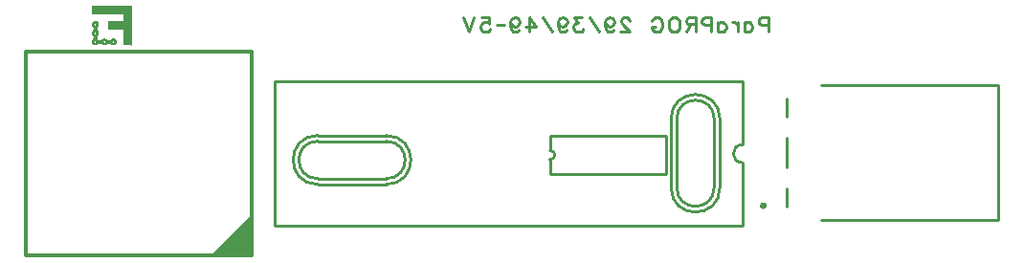
<source format=gbr>
G04 DipTrace 4.1.3.1*
G04 BottomSilk.gbr*
%MOIN*%
G04 #@! TF.FileFunction,Legend,Bot*
G04 #@! TF.Part,Single*
%ADD10C,0.009843*%
%ADD26C,0.011811*%
%ADD32C,0.001*%
%ADD63C,0.010936*%
%FSLAX26Y26*%
G04*
G70*
G90*
G75*
G01*
G04 BotSilk*
%LPD*%
X3816929Y1151555D2*
D10*
Y679154D1*
Y1151555D2*
X3200805D1*
X3816929Y679154D2*
X3200805D1*
X3078757Y789346D2*
Y728339D1*
Y1102370D2*
Y1041362D1*
G36*
X2998010Y718512D2*
X2996470Y718613D1*
X2994956Y718914D1*
X2993495Y719410D1*
X2992111Y720092D1*
X2990828Y720950D1*
X2989668Y721967D1*
X2988650Y723127D1*
X2987793Y724410D1*
X2987110Y725794D1*
X2986614Y727256D1*
X2986313Y728769D1*
X2986212Y730309D1*
X2986313Y731849D1*
X2986614Y733362D1*
X2987110Y734824D1*
X2987793Y736208D1*
X2988650Y737491D1*
X2989668Y738651D1*
X2990828Y739668D1*
X2992111Y740526D1*
X2993495Y741208D1*
X2994956Y741704D1*
X2996470Y742005D1*
X2998010Y742106D1*
X2998035D1*
X2999574Y742005D1*
X3001088Y741704D1*
X3002549Y741208D1*
X3003933Y740526D1*
X3005216Y739668D1*
X3006377Y738651D1*
X3007394Y737491D1*
X3008251Y736208D1*
X3008934Y734824D1*
X3009430Y733362D1*
X3009731Y731849D1*
X3009832Y730309D1*
X3009731Y728769D1*
X3009430Y727256D1*
X3008934Y725794D1*
X3008251Y724410D1*
X3007394Y723127D1*
X3006377Y721967D1*
X3005216Y720950D1*
X3003933Y720092D1*
X3002549Y719410D1*
X3001088Y718914D1*
X2999574Y718613D1*
X2998035Y718512D1*
X2998010D1*
G37*
X3078757Y966535D2*
D10*
Y864173D1*
X1217717Y1266929D2*
D26*
X430315D1*
Y558268D1*
X1217717D1*
Y1266929D1*
G36*
X1213780Y563795D2*
Y698441D1*
X1079134Y563795D1*
X1076772D1*
X1213780D1*
G37*
X2925197Y659819D2*
D10*
X1295276D1*
X2925197Y1163738D2*
X1295276D1*
Y659819D2*
Y1163738D1*
X2925197Y659819D2*
Y880337D1*
Y1163738D2*
Y943286D1*
Y880337D2*
G02X2925197Y943286I17J31474D01*
G01*
X2660040Y973428D2*
Y839565D1*
X2254524Y973428D2*
X2660040D1*
Y839565D2*
X2254524D1*
Y890749D1*
Y973428D2*
Y922243D1*
G02X2254524Y890749I1864J-15747D01*
G01*
X1445465Y974764D2*
X1685479D1*
X1445465Y804764D2*
X1685479D1*
X1445465Y954772D2*
X1685479D1*
Y824756D2*
X1445465D1*
Y804764D2*
G02X1445465Y974764I7J85000D01*
G01*
X1685479D2*
G02X1685479Y804764I-7J-85000D01*
G01*
X1445465Y824756D2*
G02X1445465Y954772I23J65008D01*
G01*
X1685479D2*
G02X1685479Y824756I-23J-65008D01*
G01*
X2846811Y1032881D2*
Y792867D1*
X2676811Y1032881D2*
Y792867D1*
X2826819Y1032881D2*
Y792867D1*
X2696803D2*
Y1032881D1*
X2676811D2*
G02X2846811Y1032881I85000J-7D01*
G01*
Y792867D2*
G02X2676811Y792867I-85000J7D01*
G01*
X2696803Y1032881D2*
G02X2826819Y1032881I65008J-23D01*
G01*
Y792867D2*
G02X2696803Y792867I-65008J23D01*
G01*
X796617Y1425513D2*
D32*
X659594D1*
X796617Y1424518D2*
X659594D1*
X796617Y1423522D2*
X659594D1*
X796617Y1422514D2*
X659594D1*
X796617Y1421518D2*
X659594D1*
X796617Y1420496D2*
X659594D1*
X796617Y1419501D2*
X659594D1*
X796617Y1418507D2*
X659594D1*
X796617Y1417510D2*
X659594D1*
X796617Y1416516D2*
X659594D1*
X796617Y1415521D2*
X659594D1*
X796617Y1414512D2*
X659594D1*
X796617Y1413517D2*
X659594D1*
X796617Y1412521D2*
X659594D1*
X796617Y1411526D2*
X659594D1*
X796617Y1410504D2*
X659594D1*
X796617Y1409509D2*
X659594D1*
X796617Y1408513D2*
X659594D1*
X796617Y1407505D2*
X659594D1*
X796617Y1406509D2*
X659594D1*
X796617Y1405514D2*
X659594D1*
X796617Y1404520D2*
X659594D1*
X796617Y1403524D2*
X659594D1*
X796617Y1402516D2*
X659594D1*
X796617Y1401520D2*
X659594D1*
X796617Y1400497D2*
X659594D1*
X796617Y1399503D2*
X770573D1*
X796617Y1398508D2*
X770573D1*
X796617Y1397512D2*
X770573D1*
X796617Y1396517D2*
X770573D1*
X796617Y1395522D2*
X770573D1*
X796617Y1394513D2*
X770573D1*
X796617Y1393518D2*
X770573D1*
X796617Y1392522D2*
X770573D1*
X796617Y1391500D2*
X770573D1*
X796617Y1390505D2*
X770573D1*
X796617Y1389510D2*
X770573D1*
X796617Y1388514D2*
X770573D1*
X796617Y1387507D2*
X770573D1*
X796617Y1386510D2*
X770573D1*
X796617Y1385516D2*
X770573D1*
X796617Y1384520D2*
X770573D1*
X796617Y1383525D2*
X770573D1*
X796617Y1382530D2*
X770573D1*
X796617Y1381508D2*
X770573D1*
X796617Y1380499D2*
X770573D1*
X796617Y1379504D2*
X770573D1*
X796617Y1378509D2*
X770573D1*
X796617Y1377513D2*
X770573D1*
X796617Y1376518D2*
X770573D1*
X796617Y1375522D2*
X770573D1*
X796617Y1374514D2*
X770573D1*
X796617Y1373518D2*
X770573D1*
X796617Y1372524D2*
X715600D1*
X674596D2*
X665589D1*
X796617Y1371501D2*
X715600D1*
X676054D2*
X664379D1*
X796617Y1370507D2*
X715600D1*
X677304D2*
X663375D1*
X796617Y1369510D2*
X715600D1*
X678323D2*
X662454D1*
X796617Y1368516D2*
X715600D1*
X679106D2*
X661726D1*
X796617Y1367508D2*
X715600D1*
X679724D2*
X661148D1*
X796617Y1366512D2*
X715600D1*
X680110D2*
X672562D1*
X667625D2*
X660709D1*
X796617Y1365517D2*
X715600D1*
X680412D2*
X673441D1*
X666799D2*
X660323D1*
X796617Y1364521D2*
X715600D1*
X680509D2*
X674156D1*
X666222D2*
X659979D1*
X796617Y1363526D2*
X715600D1*
X680550D2*
X674885D1*
X665837D2*
X659843D1*
X796617Y1362504D2*
X715600D1*
X680605D2*
X675614D1*
X665795D2*
X659843D1*
X796617Y1361509D2*
X715600D1*
X680550D2*
X674940D1*
X666222D2*
X660034D1*
X796617Y1360500D2*
X715600D1*
X680412D2*
X674307D1*
X666854D2*
X660323D1*
X796617Y1359505D2*
X715600D1*
X680165D2*
X673579D1*
X667584D2*
X660612D1*
X796617Y1358509D2*
X715600D1*
X679724D2*
X660997D1*
X796617Y1357514D2*
X715600D1*
X679147D2*
X661437D1*
X796617Y1356520D2*
X715600D1*
X678378D2*
X662014D1*
X796617Y1355524D2*
X715600D1*
X677552D2*
X662743D1*
X796617Y1354516D2*
X715600D1*
X676782D2*
X663472D1*
X796617Y1353520D2*
X715600D1*
X676192D2*
X663995D1*
X796617Y1352499D2*
X715600D1*
X675861D2*
X664339D1*
X796617Y1351503D2*
X715600D1*
X675710D2*
X664490D1*
X796617Y1350508D2*
X715600D1*
X675614D2*
X664531D1*
X796617Y1349512D2*
X715600D1*
X675614D2*
X664585D1*
X796617Y1348517D2*
X715600D1*
X675614D2*
X664585D1*
X796617Y1347508D2*
X715600D1*
X675614D2*
X664585D1*
X796617Y1346513D2*
X715600D1*
X675614D2*
X664585D1*
X796617Y1345518D2*
X715600D1*
X675614D2*
X664585D1*
X796617Y1344522D2*
X770573D1*
X675614D2*
X664585D1*
X796617Y1343528D2*
X770573D1*
X675806D2*
X664531D1*
X796617Y1342505D2*
X770573D1*
X676192D2*
X664339D1*
X796617Y1341510D2*
X770573D1*
X676879D2*
X663664D1*
X796617Y1340501D2*
X770573D1*
X677648D2*
X662840D1*
X796617Y1339507D2*
X770573D1*
X678474D2*
X662110D1*
X796617Y1338510D2*
X770573D1*
X679147D2*
X661437D1*
X796617Y1337516D2*
X770573D1*
X679724D2*
X660900D1*
X796617Y1336521D2*
X770573D1*
X680165D2*
X672562D1*
X667625D2*
X660420D1*
X796617Y1335525D2*
X770573D1*
X680412D2*
X673386D1*
X666799D2*
X660034D1*
X796617Y1334517D2*
X770573D1*
X680509D2*
X673963D1*
X666222D2*
X659787D1*
X796617Y1333508D2*
X770573D1*
X680550D2*
X674307D1*
X665892D2*
X659690D1*
X796617Y1332499D2*
X770573D1*
X680605D2*
X674459D1*
X665741D2*
X659650D1*
X796617Y1331504D2*
X770573D1*
X680550D2*
X674362D1*
X665837D2*
X659787D1*
X796617Y1330509D2*
X770573D1*
X680412D2*
X674018D1*
X666126D2*
X660034D1*
X796617Y1329513D2*
X770573D1*
X680165D2*
X673579D1*
X666608D2*
X660323D1*
X796617Y1328518D2*
X770573D1*
X679724D2*
X660654D1*
X796617Y1327509D2*
X770573D1*
X679147D2*
X661148D1*
X796617Y1326514D2*
X770573D1*
X678378D2*
X661822D1*
X796617Y1325520D2*
X770573D1*
X677552D2*
X662647D1*
X796617Y1324524D2*
X770573D1*
X676782D2*
X663417D1*
X796617Y1323501D2*
X770573D1*
X676192D2*
X663995D1*
X796617Y1322507D2*
X770573D1*
X675861D2*
X664339D1*
X796617Y1321512D2*
X770573D1*
X675710D2*
X664490D1*
X796617Y1320516D2*
X770573D1*
X675614D2*
X664531D1*
X796617Y1319508D2*
X770573D1*
X675614D2*
X664585D1*
X796617Y1318512D2*
X770573D1*
X675614D2*
X664585D1*
X796617Y1317517D2*
X770573D1*
X675614D2*
X664585D1*
X796617Y1316522D2*
X770573D1*
X675614D2*
X664585D1*
X796617Y1315526D2*
X770573D1*
X675614D2*
X664585D1*
X796617Y1314518D2*
X770573D1*
X675614D2*
X664585D1*
X796617Y1313509D2*
X770573D1*
X675614D2*
X664531D1*
X796617Y1312500D2*
X770573D1*
X734617D2*
X729584D1*
X703596D2*
X698605D1*
X675806D2*
X664379D1*
X796617Y1311505D2*
X770573D1*
X736500D2*
X727797D1*
X705521D2*
X696816D1*
X676192D2*
X663995D1*
X796617Y1310510D2*
X770573D1*
X738096D2*
X726188D1*
X707075D2*
X695222D1*
X676879D2*
X663375D1*
X796617Y1309514D2*
X770573D1*
X739361D2*
X724882D1*
X708381D2*
X693861D1*
X677690D2*
X662647D1*
X796617Y1308520D2*
X770573D1*
X740323D2*
X723726D1*
X709495D2*
X692706D1*
X678612D2*
X662014D1*
X796617Y1307510D2*
X770573D1*
X740997D2*
X661437D1*
X796617Y1306516D2*
X770573D1*
X741492D2*
X660860D1*
X796617Y1305521D2*
X770573D1*
X741877D2*
X735442D1*
X728801D2*
X704407D1*
X698659D2*
X673441D1*
X666799D2*
X660420D1*
X796617Y1304499D2*
X770573D1*
X742207D2*
X736156D1*
X728223D2*
X705135D1*
X697780D2*
X674156D1*
X666222D2*
X660034D1*
X796617Y1303503D2*
X770573D1*
X742413D2*
X736693D1*
X727892D2*
X705672D1*
X697202D2*
X674885D1*
X665892D2*
X659787D1*
X796617Y1302508D2*
X770573D1*
X742509D2*
X737077D1*
X727741D2*
X706112D1*
X696816D2*
X675614D1*
X665741D2*
X659745D1*
X796617Y1301513D2*
X770573D1*
X742509D2*
X737037D1*
X727741D2*
X706016D1*
X696816D2*
X674940D1*
X665741D2*
X659787D1*
X796617Y1300517D2*
X770573D1*
X742413D2*
X736500D1*
X728181D2*
X705479D1*
X697202D2*
X674266D1*
X666181D2*
X660034D1*
X796617Y1299509D2*
X770573D1*
X742165D2*
X735634D1*
X728856D2*
X704655D1*
X697835D2*
X673441D1*
X666854D2*
X660323D1*
X796617Y1298513D2*
X770573D1*
X741781D2*
X734617D1*
X729584D2*
X703596D1*
X698605D2*
X672615D1*
X667584D2*
X660612D1*
X796617Y1297518D2*
X770573D1*
X741299D2*
X660997D1*
X796617Y1296524D2*
X770573D1*
X740804D2*
X661630D1*
X796617Y1295528D2*
X770573D1*
X740130D2*
X723768D1*
X709550D2*
X693613D1*
X678570D2*
X662454D1*
X796617Y1294505D2*
X770573D1*
X739209D2*
X724978D1*
X708381D2*
X694782D1*
X677402D2*
X663472D1*
X796617Y1293510D2*
X770573D1*
X737999D2*
X726283D1*
X707075D2*
X696143D1*
X676054D2*
X664531D1*
X796617Y1292501D2*
X770573D1*
X736597D2*
X727591D1*
X705576D2*
X697587D1*
X674596D2*
X665589D1*
G36*
X796579Y1291022D2*
X796514Y1291027D1*
X796450Y1291039D1*
X796388Y1291060D1*
X796330Y1291089D1*
X796276Y1291125D1*
X796227Y1291168D1*
X796184Y1291217D1*
X796148Y1291271D1*
X796119Y1291329D1*
X796098Y1291391D1*
X796086Y1291455D1*
X796081Y1291520D1*
X796086Y1291585D1*
X796098Y1291648D1*
X796119Y1291710D1*
X796148Y1291768D1*
X796184Y1291822D1*
X796227Y1291871D1*
X796276Y1291914D1*
X796330Y1291950D1*
X796388Y1291979D1*
X796450Y1292000D1*
X796514Y1292013D1*
X796579Y1292017D1*
X796601D1*
X796666Y1292013D1*
X796730Y1292000D1*
X796791Y1291979D1*
X796850Y1291950D1*
X796904Y1291914D1*
X796953Y1291871D1*
X796996Y1291822D1*
X797032Y1291768D1*
X797061Y1291710D1*
X797081Y1291648D1*
X797094Y1291585D1*
X797098Y1291520D1*
X797094Y1291455D1*
X797081Y1291391D1*
X797061Y1291329D1*
X797032Y1291271D1*
X796996Y1291217D1*
X796953Y1291168D1*
X796904Y1291125D1*
X796850Y1291089D1*
X796791Y1291060D1*
X796730Y1291039D1*
X796666Y1291027D1*
X796601Y1291022D1*
X796579D1*
G37*
X796617Y1425513D2*
D32*
Y1424518D1*
Y1423522D1*
Y1422514D1*
Y1421518D1*
Y1420496D1*
Y1419501D1*
Y1418507D1*
Y1417510D1*
Y1416516D1*
Y1415521D1*
Y1414512D1*
Y1413517D1*
Y1412521D1*
Y1411526D1*
Y1410504D1*
Y1409509D1*
Y1408513D1*
Y1407505D1*
Y1406509D1*
Y1405514D1*
Y1404520D1*
Y1403524D1*
Y1402516D1*
Y1401520D1*
Y1400497D1*
Y1399503D1*
Y1398508D1*
Y1397512D1*
Y1396517D1*
Y1395522D1*
Y1394513D1*
Y1393518D1*
Y1392522D1*
Y1391500D1*
Y1390505D1*
Y1389510D1*
Y1388514D1*
Y1387507D1*
Y1386510D1*
Y1385516D1*
Y1384520D1*
Y1383525D1*
Y1382530D1*
Y1381508D1*
Y1380499D1*
Y1379504D1*
Y1378509D1*
Y1377513D1*
Y1376518D1*
Y1375522D1*
Y1374514D1*
Y1373518D1*
Y1372524D1*
Y1371501D1*
Y1370507D1*
Y1369510D1*
Y1368516D1*
Y1367508D1*
Y1366512D1*
Y1365517D1*
Y1364521D1*
Y1363526D1*
Y1362504D1*
Y1361509D1*
Y1360500D1*
Y1359505D1*
Y1358509D1*
Y1357514D1*
Y1356520D1*
Y1355524D1*
Y1354516D1*
Y1353520D1*
Y1352499D1*
Y1351503D1*
Y1350508D1*
Y1349512D1*
Y1348517D1*
Y1347508D1*
Y1346513D1*
Y1345518D1*
Y1344522D1*
Y1343528D1*
Y1342505D1*
Y1341510D1*
Y1340501D1*
Y1339507D1*
Y1338510D1*
Y1337516D1*
Y1336521D1*
Y1335525D1*
Y1334517D1*
Y1333508D1*
Y1332499D1*
Y1331504D1*
Y1330509D1*
Y1329513D1*
Y1328518D1*
Y1327509D1*
Y1326514D1*
Y1325520D1*
Y1324524D1*
Y1323501D1*
Y1322507D1*
Y1321512D1*
Y1320516D1*
Y1319508D1*
Y1318512D1*
Y1317517D1*
Y1316522D1*
Y1315526D1*
Y1314518D1*
Y1313509D1*
Y1312500D1*
Y1311505D1*
Y1310510D1*
Y1309514D1*
Y1308520D1*
Y1307510D1*
Y1306516D1*
Y1305521D1*
Y1304499D1*
Y1303503D1*
Y1302508D1*
Y1301513D1*
Y1300517D1*
Y1299509D1*
Y1298513D1*
Y1297518D1*
Y1296524D1*
Y1295528D1*
Y1294505D1*
Y1293510D1*
Y1292501D1*
Y1291507D1*
X659594Y1425513D2*
Y1424518D1*
Y1423522D1*
Y1422514D1*
Y1421518D1*
Y1420496D1*
Y1419501D1*
Y1418507D1*
Y1417510D1*
Y1416516D1*
Y1415521D1*
Y1414512D1*
Y1413517D1*
Y1412521D1*
Y1411526D1*
Y1410504D1*
Y1409509D1*
Y1408513D1*
Y1407505D1*
Y1406509D1*
Y1405514D1*
Y1404520D1*
Y1403524D1*
Y1402516D1*
Y1401520D1*
Y1400497D1*
X770573D2*
Y1399503D1*
Y1398508D1*
Y1397512D1*
Y1396517D1*
Y1395522D1*
Y1394513D1*
Y1393518D1*
Y1392522D1*
Y1391500D1*
Y1390505D1*
Y1389510D1*
Y1388514D1*
Y1387507D1*
Y1386510D1*
Y1385516D1*
Y1384520D1*
Y1383525D1*
Y1382530D1*
Y1381508D1*
Y1380499D1*
Y1379504D1*
Y1378509D1*
Y1377513D1*
Y1376518D1*
Y1375522D1*
Y1374514D1*
Y1373518D1*
Y1372524D1*
X715600D2*
Y1371501D1*
Y1370507D1*
Y1369510D1*
Y1368516D1*
Y1367508D1*
Y1366512D1*
Y1365517D1*
Y1364521D1*
Y1363526D1*
Y1362504D1*
Y1361509D1*
Y1360500D1*
Y1359505D1*
Y1358509D1*
Y1357514D1*
Y1356520D1*
Y1355524D1*
Y1354516D1*
Y1353520D1*
Y1352499D1*
Y1351503D1*
Y1350508D1*
Y1349512D1*
Y1348517D1*
Y1347508D1*
Y1346513D1*
Y1345518D1*
X674596Y1372524D2*
X676054Y1371501D1*
X677304Y1370507D1*
X678323Y1369510D1*
X679106Y1368516D1*
X679724Y1367508D1*
X680110Y1366512D1*
X680412Y1365517D1*
X680509Y1364521D1*
X680550Y1363526D1*
X680605Y1362504D1*
X680550Y1361509D1*
X680412Y1360500D1*
X680165Y1359505D1*
X679724Y1358509D1*
X679147Y1357514D1*
X678378Y1356520D1*
X677552Y1355524D1*
X676782Y1354516D1*
X676192Y1353520D1*
X675861Y1352499D1*
X675710Y1351503D1*
X675614Y1350508D1*
Y1349512D1*
Y1348517D1*
Y1347508D1*
Y1346513D1*
Y1345518D1*
Y1344522D1*
X675806Y1343528D1*
X676192Y1342505D1*
X676879Y1341510D1*
X677648Y1340501D1*
X678474Y1339507D1*
X679147Y1338510D1*
X679724Y1337516D1*
X680165Y1336521D1*
X680412Y1335525D1*
X680509Y1334517D1*
X680550Y1333508D1*
X680605Y1332499D1*
X680550Y1331504D1*
X680412Y1330509D1*
X680165Y1329513D1*
X679724Y1328518D1*
X679147Y1327509D1*
X678378Y1326514D1*
X677552Y1325520D1*
X676782Y1324524D1*
X676192Y1323501D1*
X675861Y1322507D1*
X675710Y1321512D1*
X675614Y1320516D1*
Y1319508D1*
Y1318512D1*
Y1317517D1*
Y1316522D1*
Y1315526D1*
Y1314518D1*
Y1313509D1*
X675806Y1312500D1*
X676192Y1311505D1*
X676879Y1310510D1*
X677690Y1309514D1*
X678612Y1308520D1*
X679588Y1307510D1*
X665589Y1372524D2*
X664379Y1371501D1*
X663375Y1370507D1*
X662454Y1369510D1*
X661726Y1368516D1*
X661148Y1367508D1*
X660709Y1366512D1*
X660323Y1365517D1*
X659979Y1364521D1*
X659843Y1363526D1*
Y1362504D1*
X660034Y1361509D1*
X660323Y1360500D1*
X660612Y1359505D1*
X660997Y1358509D1*
X661437Y1357514D1*
X662014Y1356520D1*
X662743Y1355524D1*
X663472Y1354516D1*
X663995Y1353520D1*
X664339Y1352499D1*
X664490Y1351503D1*
X664531Y1350508D1*
X664585Y1349512D1*
Y1348517D1*
Y1347508D1*
Y1346513D1*
Y1345518D1*
Y1344522D1*
X664531Y1343528D1*
X664339Y1342505D1*
X663664Y1341510D1*
X662840Y1340501D1*
X662110Y1339507D1*
X661437Y1338510D1*
X660900Y1337516D1*
X660420Y1336521D1*
X660034Y1335525D1*
X659787Y1334517D1*
X659690Y1333508D1*
X659650Y1332499D1*
X659787Y1331504D1*
X660034Y1330509D1*
X660323Y1329513D1*
X660654Y1328518D1*
X661148Y1327509D1*
X661822Y1326514D1*
X662647Y1325520D1*
X663417Y1324524D1*
X663995Y1323501D1*
X664339Y1322507D1*
X664490Y1321512D1*
X664531Y1320516D1*
X664585Y1319508D1*
Y1318512D1*
Y1317517D1*
Y1316522D1*
Y1315526D1*
Y1314518D1*
X664531Y1313509D1*
X664379Y1312500D1*
X663995Y1311505D1*
X663375Y1310510D1*
X662647Y1309514D1*
X662014Y1308520D1*
X661437Y1307510D1*
X660860Y1306516D1*
X660420Y1305521D1*
X660034Y1304499D1*
X659787Y1303503D1*
X659745Y1302508D1*
X659787Y1301513D1*
X660034Y1300517D1*
X660323Y1299509D1*
X660612Y1298513D1*
X660997Y1297518D1*
X661630Y1296524D1*
X662454Y1295528D1*
X663472Y1294505D1*
X664531Y1293510D1*
X665589Y1292501D1*
X671598Y1367508D2*
X672562Y1366512D1*
X673441Y1365517D1*
X674156Y1364521D1*
X674885Y1363526D1*
X675614Y1362504D1*
X674940Y1361509D1*
X674307Y1360500D1*
X673579Y1359505D1*
X668601Y1367508D2*
X667625Y1366512D1*
X666799Y1365517D1*
X666222Y1364521D1*
X665837Y1363526D1*
X665795Y1362504D1*
X666222Y1361509D1*
X666854Y1360500D1*
X667584Y1359505D1*
X770573Y1345518D2*
Y1344522D1*
Y1343528D1*
Y1342505D1*
Y1341510D1*
Y1340501D1*
Y1339507D1*
Y1338510D1*
Y1337516D1*
Y1336521D1*
Y1335525D1*
Y1334517D1*
Y1333508D1*
Y1332499D1*
Y1331504D1*
Y1330509D1*
Y1329513D1*
Y1328518D1*
Y1327509D1*
Y1326514D1*
Y1325520D1*
Y1324524D1*
Y1323501D1*
Y1322507D1*
Y1321512D1*
Y1320516D1*
Y1319508D1*
Y1318512D1*
Y1317517D1*
Y1316522D1*
Y1315526D1*
Y1314518D1*
Y1313509D1*
Y1312500D1*
Y1311505D1*
Y1310510D1*
Y1309514D1*
Y1308520D1*
Y1307510D1*
Y1306516D1*
Y1305521D1*
Y1304499D1*
Y1303503D1*
Y1302508D1*
Y1301513D1*
Y1300517D1*
Y1299509D1*
Y1298513D1*
Y1297518D1*
Y1296524D1*
Y1295528D1*
Y1294505D1*
Y1293510D1*
Y1292501D1*
X671598Y1337516D2*
X672562Y1336521D1*
X673386Y1335525D1*
X673963Y1334517D1*
X674307Y1333508D1*
X674459Y1332499D1*
X674362Y1331504D1*
X674018Y1330509D1*
X673579Y1329513D1*
X668601Y1337516D2*
X667625Y1336521D1*
X666799Y1335525D1*
X666222Y1334517D1*
X665892Y1333508D1*
X665741Y1332499D1*
X665837Y1331504D1*
X666126Y1330509D1*
X666608Y1329513D1*
X734617Y1312500D2*
X736500Y1311505D1*
X738096Y1310510D1*
X739361Y1309514D1*
X740323Y1308520D1*
X740997Y1307510D1*
X741492Y1306516D1*
X741877Y1305521D1*
X742207Y1304499D1*
X742413Y1303503D1*
X742509Y1302508D1*
Y1301513D1*
X742413Y1300517D1*
X742165Y1299509D1*
X741781Y1298513D1*
X741299Y1297518D1*
X740804Y1296524D1*
X740130Y1295528D1*
X739209Y1294505D1*
X737999Y1293510D1*
X736597Y1292501D1*
X729584Y1312500D2*
X727797Y1311505D1*
X726188Y1310510D1*
X724882Y1309514D1*
X723726Y1308520D1*
X722613Y1307510D1*
X703596Y1312500D2*
X705521Y1311505D1*
X707075Y1310510D1*
X708381Y1309514D1*
X709495Y1308520D1*
X710609Y1307510D1*
X698605Y1312500D2*
X696816Y1311505D1*
X695222Y1310510D1*
X693861Y1309514D1*
X692706Y1308520D1*
X691592Y1307510D1*
X734617Y1306516D2*
X735442Y1305521D1*
X736156Y1304499D1*
X736693Y1303503D1*
X737077Y1302508D1*
X737037Y1301513D1*
X736500Y1300517D1*
X735634Y1299509D1*
X734617Y1298513D1*
X729584Y1306516D2*
X728801Y1305521D1*
X728223Y1304499D1*
X727892Y1303503D1*
X727741Y1302508D1*
Y1301513D1*
X728181Y1300517D1*
X728856Y1299509D1*
X729584Y1298513D1*
X703596Y1306516D2*
X704407Y1305521D1*
X705135Y1304499D1*
X705672Y1303503D1*
X706112Y1302508D1*
X706016Y1301513D1*
X705479Y1300517D1*
X704655Y1299509D1*
X703596Y1298513D1*
X699567Y1306516D2*
X698659Y1305521D1*
X697780Y1304499D1*
X697202Y1303503D1*
X696816Y1302508D1*
Y1301513D1*
X697202Y1300517D1*
X697835Y1299509D1*
X698605Y1298513D1*
X672615Y1306516D2*
X673441Y1305521D1*
X674156Y1304499D1*
X674885Y1303503D1*
X675614Y1302508D1*
X674940Y1301513D1*
X674266Y1300517D1*
X673441Y1299509D1*
X672615Y1298513D1*
X667584Y1306516D2*
X666799Y1305521D1*
X666222Y1304499D1*
X665892Y1303503D1*
X665741Y1302508D1*
Y1301513D1*
X666181Y1300517D1*
X666854Y1299509D1*
X667584Y1298513D1*
X722613Y1296524D2*
X723768Y1295528D1*
X724978Y1294505D1*
X726283Y1293510D1*
X727591Y1292501D1*
X710609Y1296524D2*
X709550Y1295528D1*
X708381Y1294505D1*
X707075Y1293510D1*
X705576Y1292501D1*
X692609Y1296524D2*
X693613Y1295528D1*
X694782Y1294505D1*
X696143Y1293510D1*
X697587Y1292501D1*
X679588Y1296524D2*
X678570Y1295528D1*
X677402Y1294505D1*
X676054Y1293510D1*
X674596Y1292501D1*
X3015203Y1360200D2*
D63*
X2993648D1*
X2986518Y1362576D1*
X2984086Y1365008D1*
X2981710Y1369761D1*
Y1376946D1*
X2984086Y1381699D1*
X2986518Y1384131D1*
X2993648Y1386508D1*
X3015203D1*
Y1336268D1*
X2931153Y1369761D2*
Y1336268D1*
Y1362576D2*
X2935906Y1367385D1*
X2940714Y1369761D1*
X2947844D1*
X2952653Y1367385D1*
X2957406Y1362576D1*
X2959838Y1355391D1*
Y1350638D1*
X2957406Y1343453D1*
X2952653Y1338700D1*
X2947844Y1336268D1*
X2940714D1*
X2935906Y1338700D1*
X2931153Y1343453D1*
X2909280Y1369761D2*
Y1336268D1*
Y1355391D2*
X2906849Y1362576D1*
X2902095Y1367385D1*
X2897287Y1369761D1*
X2890102D1*
X2839545D2*
Y1336268D1*
Y1362576D2*
X2844298Y1367385D1*
X2849106Y1369761D1*
X2856236D1*
X2861045Y1367385D1*
X2865798Y1362576D1*
X2868230Y1355391D1*
Y1350638D1*
X2865798Y1343453D1*
X2861045Y1338700D1*
X2856236Y1336268D1*
X2849106D1*
X2844298Y1338700D1*
X2839545Y1343453D1*
X2817672Y1360200D2*
X2796117D1*
X2788988Y1362576D1*
X2786556Y1365008D1*
X2784179Y1369761D1*
Y1376946D1*
X2786556Y1381699D1*
X2788988Y1384131D1*
X2796117Y1386508D1*
X2817672D1*
Y1336268D1*
X2762307Y1362576D2*
X2740807D1*
X2733622Y1365008D1*
X2731190Y1367385D1*
X2728813Y1372138D1*
Y1376946D1*
X2731190Y1381699D1*
X2733622Y1384131D1*
X2740807Y1386508D1*
X2762307D1*
Y1336268D1*
X2745560Y1362576D2*
X2728813Y1336268D1*
X2692571Y1386508D2*
X2697380Y1384131D1*
X2702133Y1379323D1*
X2704565Y1374570D1*
X2706941Y1367385D1*
Y1355391D1*
X2704565Y1348261D1*
X2702133Y1343453D1*
X2697380Y1338700D1*
X2692571Y1336268D1*
X2683010D1*
X2678256Y1338700D1*
X2673448Y1343453D1*
X2671071Y1348261D1*
X2668695Y1355391D1*
Y1367385D1*
X2671071Y1374570D1*
X2673448Y1379323D1*
X2678256Y1384131D1*
X2683010Y1386508D1*
X2692571D1*
X2610953Y1374570D2*
X2613329Y1379323D1*
X2618138Y1384131D1*
X2622891Y1386508D1*
X2632452D1*
X2637261Y1384131D1*
X2642014Y1379323D1*
X2644446Y1374570D1*
X2646822Y1367385D1*
Y1355391D1*
X2644446Y1348261D1*
X2642014Y1343453D1*
X2637261Y1338700D1*
X2632452Y1336268D1*
X2622891D1*
X2618138Y1338700D1*
X2613329Y1343453D1*
X2610953Y1348261D1*
Y1355391D1*
X2622891D1*
X2531614Y1374514D2*
Y1376891D1*
X2529238Y1381699D1*
X2526861Y1384076D1*
X2522053Y1386453D1*
X2512491D1*
X2507738Y1384076D1*
X2505361Y1381699D1*
X2502930Y1376891D1*
Y1372138D1*
X2505361Y1367329D1*
X2510115Y1360200D1*
X2534046Y1336268D1*
X2500553D1*
X2447564Y1369761D2*
X2449996Y1362576D1*
X2454749Y1357768D1*
X2461934Y1355391D1*
X2464311D1*
X2471496Y1357768D1*
X2476249Y1362576D1*
X2478681Y1369761D1*
Y1372138D1*
X2476249Y1379323D1*
X2471496Y1384076D1*
X2464311Y1386453D1*
X2461934D1*
X2454749Y1384076D1*
X2449996Y1379323D1*
X2447564Y1369761D1*
Y1357768D1*
X2449996Y1345829D1*
X2454749Y1338644D1*
X2461934Y1336268D1*
X2466687D1*
X2473872Y1338644D1*
X2476249Y1343453D1*
X2425692Y1336268D2*
X2392198Y1386453D1*
X2365518D2*
X2339265D1*
X2353579Y1367329D1*
X2346394D1*
X2341641Y1364953D1*
X2339265Y1362576D1*
X2336833Y1355391D1*
Y1350638D1*
X2339265Y1343453D1*
X2344018Y1338644D1*
X2351203Y1336268D1*
X2358388D1*
X2365518Y1338644D1*
X2367894Y1341076D1*
X2370326Y1345829D1*
X2283844Y1369761D2*
X2286276Y1362576D1*
X2291029Y1357768D1*
X2298214Y1355391D1*
X2300590D1*
X2307775Y1357768D1*
X2312529Y1362576D1*
X2314960Y1369761D1*
Y1372138D1*
X2312529Y1379323D1*
X2307775Y1384076D1*
X2300590Y1386453D1*
X2298214D1*
X2291029Y1384076D1*
X2286276Y1379323D1*
X2283844Y1369761D1*
Y1357768D1*
X2286276Y1345829D1*
X2291029Y1338644D1*
X2298214Y1336268D1*
X2302967D1*
X2310152Y1338644D1*
X2312529Y1343453D1*
X2261971Y1336268D2*
X2228478Y1386453D1*
X2182674Y1336268D2*
Y1386453D1*
X2206606Y1353015D1*
X2170736D1*
X2117747Y1369761D2*
X2120179Y1362576D1*
X2124932Y1357768D1*
X2132117Y1355391D1*
X2134494D1*
X2141679Y1357768D1*
X2146432Y1362576D1*
X2148864Y1369761D1*
Y1372138D1*
X2146432Y1379323D1*
X2141679Y1384076D1*
X2134494Y1386453D1*
X2132117D1*
X2124932Y1384076D1*
X2120179Y1379323D1*
X2117747Y1369761D1*
Y1357768D1*
X2120179Y1345829D1*
X2124932Y1338644D1*
X2132117Y1336268D1*
X2136870D1*
X2144055Y1338644D1*
X2146432Y1343453D1*
X2095875Y1361360D2*
X2068240D1*
X2017683Y1386453D2*
X2041559D1*
X2043936Y1364953D1*
X2041559Y1367329D1*
X2034374Y1369761D1*
X2027244D1*
X2020059Y1367329D1*
X2015251Y1362576D1*
X2012874Y1355391D1*
Y1350638D1*
X2015251Y1343453D1*
X2020059Y1338644D1*
X2027244Y1336268D1*
X2034374D1*
X2041559Y1338644D1*
X2043936Y1341076D1*
X2046368Y1345829D1*
X1991002Y1386508D2*
X1971879Y1336268D1*
X1952755Y1386508D1*
M02*

</source>
